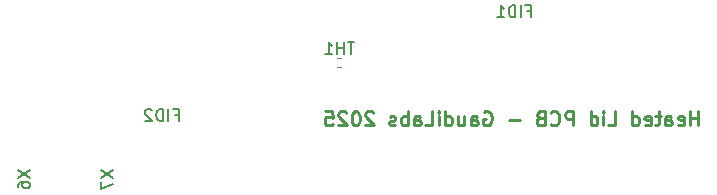
<source format=gbr>
%TF.GenerationSoftware,KiCad,Pcbnew,6.0.11-2627ca5db0~126~ubuntu22.04.1*%
%TF.CreationDate,2025-05-27T11:14:05+02:00*%
%TF.ProjectId,qPocketPCR_Lid,71506f63-6b65-4745-9043-525f4c69642e,rev?*%
%TF.SameCoordinates,Original*%
%TF.FileFunction,Legend,Bot*%
%TF.FilePolarity,Positive*%
%FSLAX46Y46*%
G04 Gerber Fmt 4.6, Leading zero omitted, Abs format (unit mm)*
G04 Created by KiCad (PCBNEW 6.0.11-2627ca5db0~126~ubuntu22.04.1) date 2025-05-27 11:14:05*
%MOMM*%
%LPD*%
G01*
G04 APERTURE LIST*
%ADD10C,0.250000*%
%ADD11C,0.150000*%
%ADD12C,0.120000*%
G04 APERTURE END LIST*
D10*
X107670000Y-105332857D02*
X107670000Y-104132857D01*
X107670000Y-104704285D02*
X106984285Y-104704285D01*
X106984285Y-105332857D02*
X106984285Y-104132857D01*
X105955714Y-105275714D02*
X106070000Y-105332857D01*
X106298571Y-105332857D01*
X106412857Y-105275714D01*
X106470000Y-105161428D01*
X106470000Y-104704285D01*
X106412857Y-104590000D01*
X106298571Y-104532857D01*
X106070000Y-104532857D01*
X105955714Y-104590000D01*
X105898571Y-104704285D01*
X105898571Y-104818571D01*
X106470000Y-104932857D01*
X104870000Y-105332857D02*
X104870000Y-104704285D01*
X104927142Y-104590000D01*
X105041428Y-104532857D01*
X105270000Y-104532857D01*
X105384285Y-104590000D01*
X104870000Y-105275714D02*
X104984285Y-105332857D01*
X105270000Y-105332857D01*
X105384285Y-105275714D01*
X105441428Y-105161428D01*
X105441428Y-105047142D01*
X105384285Y-104932857D01*
X105270000Y-104875714D01*
X104984285Y-104875714D01*
X104870000Y-104818571D01*
X104470000Y-104532857D02*
X104012857Y-104532857D01*
X104298571Y-104132857D02*
X104298571Y-105161428D01*
X104241428Y-105275714D01*
X104127142Y-105332857D01*
X104012857Y-105332857D01*
X103155714Y-105275714D02*
X103270000Y-105332857D01*
X103498571Y-105332857D01*
X103612857Y-105275714D01*
X103670000Y-105161428D01*
X103670000Y-104704285D01*
X103612857Y-104590000D01*
X103498571Y-104532857D01*
X103270000Y-104532857D01*
X103155714Y-104590000D01*
X103098571Y-104704285D01*
X103098571Y-104818571D01*
X103670000Y-104932857D01*
X102070000Y-105332857D02*
X102070000Y-104132857D01*
X102070000Y-105275714D02*
X102184285Y-105332857D01*
X102412857Y-105332857D01*
X102527142Y-105275714D01*
X102584285Y-105218571D01*
X102641428Y-105104285D01*
X102641428Y-104761428D01*
X102584285Y-104647142D01*
X102527142Y-104590000D01*
X102412857Y-104532857D01*
X102184285Y-104532857D01*
X102070000Y-104590000D01*
X100012857Y-105332857D02*
X100584285Y-105332857D01*
X100584285Y-104132857D01*
X99612857Y-105332857D02*
X99612857Y-104532857D01*
X99612857Y-104132857D02*
X99670000Y-104190000D01*
X99612857Y-104247142D01*
X99555714Y-104190000D01*
X99612857Y-104132857D01*
X99612857Y-104247142D01*
X98527142Y-105332857D02*
X98527142Y-104132857D01*
X98527142Y-105275714D02*
X98641428Y-105332857D01*
X98870000Y-105332857D01*
X98984285Y-105275714D01*
X99041428Y-105218571D01*
X99098571Y-105104285D01*
X99098571Y-104761428D01*
X99041428Y-104647142D01*
X98984285Y-104590000D01*
X98870000Y-104532857D01*
X98641428Y-104532857D01*
X98527142Y-104590000D01*
X97041428Y-105332857D02*
X97041428Y-104132857D01*
X96584285Y-104132857D01*
X96470000Y-104190000D01*
X96412857Y-104247142D01*
X96355714Y-104361428D01*
X96355714Y-104532857D01*
X96412857Y-104647142D01*
X96470000Y-104704285D01*
X96584285Y-104761428D01*
X97041428Y-104761428D01*
X95155714Y-105218571D02*
X95212857Y-105275714D01*
X95384285Y-105332857D01*
X95498571Y-105332857D01*
X95670000Y-105275714D01*
X95784285Y-105161428D01*
X95841428Y-105047142D01*
X95898571Y-104818571D01*
X95898571Y-104647142D01*
X95841428Y-104418571D01*
X95784285Y-104304285D01*
X95670000Y-104190000D01*
X95498571Y-104132857D01*
X95384285Y-104132857D01*
X95212857Y-104190000D01*
X95155714Y-104247142D01*
X94241428Y-104704285D02*
X94070000Y-104761428D01*
X94012857Y-104818571D01*
X93955714Y-104932857D01*
X93955714Y-105104285D01*
X94012857Y-105218571D01*
X94070000Y-105275714D01*
X94184285Y-105332857D01*
X94641428Y-105332857D01*
X94641428Y-104132857D01*
X94241428Y-104132857D01*
X94127142Y-104190000D01*
X94070000Y-104247142D01*
X94012857Y-104361428D01*
X94012857Y-104475714D01*
X94070000Y-104590000D01*
X94127142Y-104647142D01*
X94241428Y-104704285D01*
X94641428Y-104704285D01*
X92527142Y-104875714D02*
X91612857Y-104875714D01*
X89498571Y-104190000D02*
X89612857Y-104132857D01*
X89784285Y-104132857D01*
X89955714Y-104190000D01*
X90070000Y-104304285D01*
X90127142Y-104418571D01*
X90184285Y-104647142D01*
X90184285Y-104818571D01*
X90127142Y-105047142D01*
X90070000Y-105161428D01*
X89955714Y-105275714D01*
X89784285Y-105332857D01*
X89670000Y-105332857D01*
X89498571Y-105275714D01*
X89441428Y-105218571D01*
X89441428Y-104818571D01*
X89670000Y-104818571D01*
X88412857Y-105332857D02*
X88412857Y-104704285D01*
X88470000Y-104590000D01*
X88584285Y-104532857D01*
X88812857Y-104532857D01*
X88927142Y-104590000D01*
X88412857Y-105275714D02*
X88527142Y-105332857D01*
X88812857Y-105332857D01*
X88927142Y-105275714D01*
X88984285Y-105161428D01*
X88984285Y-105047142D01*
X88927142Y-104932857D01*
X88812857Y-104875714D01*
X88527142Y-104875714D01*
X88412857Y-104818571D01*
X87327142Y-104532857D02*
X87327142Y-105332857D01*
X87841428Y-104532857D02*
X87841428Y-105161428D01*
X87784285Y-105275714D01*
X87670000Y-105332857D01*
X87498571Y-105332857D01*
X87384285Y-105275714D01*
X87327142Y-105218571D01*
X86241428Y-105332857D02*
X86241428Y-104132857D01*
X86241428Y-105275714D02*
X86355714Y-105332857D01*
X86584285Y-105332857D01*
X86698571Y-105275714D01*
X86755714Y-105218571D01*
X86812857Y-105104285D01*
X86812857Y-104761428D01*
X86755714Y-104647142D01*
X86698571Y-104590000D01*
X86584285Y-104532857D01*
X86355714Y-104532857D01*
X86241428Y-104590000D01*
X85670000Y-105332857D02*
X85670000Y-104532857D01*
X85670000Y-104132857D02*
X85727142Y-104190000D01*
X85670000Y-104247142D01*
X85612857Y-104190000D01*
X85670000Y-104132857D01*
X85670000Y-104247142D01*
X84527142Y-105332857D02*
X85098571Y-105332857D01*
X85098571Y-104132857D01*
X83612857Y-105332857D02*
X83612857Y-104704285D01*
X83670000Y-104590000D01*
X83784285Y-104532857D01*
X84012857Y-104532857D01*
X84127142Y-104590000D01*
X83612857Y-105275714D02*
X83727142Y-105332857D01*
X84012857Y-105332857D01*
X84127142Y-105275714D01*
X84184285Y-105161428D01*
X84184285Y-105047142D01*
X84127142Y-104932857D01*
X84012857Y-104875714D01*
X83727142Y-104875714D01*
X83612857Y-104818571D01*
X83041428Y-105332857D02*
X83041428Y-104132857D01*
X83041428Y-104590000D02*
X82927142Y-104532857D01*
X82698571Y-104532857D01*
X82584285Y-104590000D01*
X82527142Y-104647142D01*
X82470000Y-104761428D01*
X82470000Y-105104285D01*
X82527142Y-105218571D01*
X82584285Y-105275714D01*
X82698571Y-105332857D01*
X82927142Y-105332857D01*
X83041428Y-105275714D01*
X82012857Y-105275714D02*
X81898571Y-105332857D01*
X81670000Y-105332857D01*
X81555714Y-105275714D01*
X81498571Y-105161428D01*
X81498571Y-105104285D01*
X81555714Y-104990000D01*
X81670000Y-104932857D01*
X81841428Y-104932857D01*
X81955714Y-104875714D01*
X82012857Y-104761428D01*
X82012857Y-104704285D01*
X81955714Y-104590000D01*
X81841428Y-104532857D01*
X81670000Y-104532857D01*
X81555714Y-104590000D01*
X80127142Y-104247142D02*
X80070000Y-104190000D01*
X79955714Y-104132857D01*
X79670000Y-104132857D01*
X79555714Y-104190000D01*
X79498571Y-104247142D01*
X79441428Y-104361428D01*
X79441428Y-104475714D01*
X79498571Y-104647142D01*
X80184285Y-105332857D01*
X79441428Y-105332857D01*
X78698571Y-104132857D02*
X78584285Y-104132857D01*
X78470000Y-104190000D01*
X78412857Y-104247142D01*
X78355714Y-104361428D01*
X78298571Y-104590000D01*
X78298571Y-104875714D01*
X78355714Y-105104285D01*
X78412857Y-105218571D01*
X78470000Y-105275714D01*
X78584285Y-105332857D01*
X78698571Y-105332857D01*
X78812857Y-105275714D01*
X78870000Y-105218571D01*
X78927142Y-105104285D01*
X78984285Y-104875714D01*
X78984285Y-104590000D01*
X78927142Y-104361428D01*
X78870000Y-104247142D01*
X78812857Y-104190000D01*
X78698571Y-104132857D01*
X77841428Y-104247142D02*
X77784285Y-104190000D01*
X77670000Y-104132857D01*
X77384285Y-104132857D01*
X77270000Y-104190000D01*
X77212857Y-104247142D01*
X77155714Y-104361428D01*
X77155714Y-104475714D01*
X77212857Y-104647142D01*
X77898571Y-105332857D01*
X77155714Y-105332857D01*
X76070000Y-104132857D02*
X76641428Y-104132857D01*
X76698571Y-104704285D01*
X76641428Y-104647142D01*
X76527142Y-104590000D01*
X76241428Y-104590000D01*
X76127142Y-104647142D01*
X76070000Y-104704285D01*
X76012857Y-104818571D01*
X76012857Y-105104285D01*
X76070000Y-105218571D01*
X76127142Y-105275714D01*
X76241428Y-105332857D01*
X76527142Y-105332857D01*
X76641428Y-105275714D01*
X76698571Y-105218571D01*
D11*
%TO.C,X7*%
X57093380Y-109133476D02*
X58093380Y-109800142D01*
X57093380Y-109800142D02*
X58093380Y-109133476D01*
X57093380Y-110085857D02*
X57093380Y-110752523D01*
X58093380Y-110323952D01*
%TO.C,FID2*%
X63321428Y-104428571D02*
X63654761Y-104428571D01*
X63654761Y-104952380D02*
X63654761Y-103952380D01*
X63178571Y-103952380D01*
X62797619Y-104952380D02*
X62797619Y-103952380D01*
X62321428Y-104952380D02*
X62321428Y-103952380D01*
X62083333Y-103952380D01*
X61940476Y-104000000D01*
X61845238Y-104095238D01*
X61797619Y-104190476D01*
X61750000Y-104380952D01*
X61750000Y-104523809D01*
X61797619Y-104714285D01*
X61845238Y-104809523D01*
X61940476Y-104904761D01*
X62083333Y-104952380D01*
X62321428Y-104952380D01*
X61369047Y-104047619D02*
X61321428Y-104000000D01*
X61226190Y-103952380D01*
X60988095Y-103952380D01*
X60892857Y-104000000D01*
X60845238Y-104047619D01*
X60797619Y-104142857D01*
X60797619Y-104238095D01*
X60845238Y-104380952D01*
X61416666Y-104952380D01*
X60797619Y-104952380D01*
%TO.C,FID1*%
X93161428Y-95648571D02*
X93494761Y-95648571D01*
X93494761Y-96172380D02*
X93494761Y-95172380D01*
X93018571Y-95172380D01*
X92637619Y-96172380D02*
X92637619Y-95172380D01*
X92161428Y-96172380D02*
X92161428Y-95172380D01*
X91923333Y-95172380D01*
X91780476Y-95220000D01*
X91685238Y-95315238D01*
X91637619Y-95410476D01*
X91590000Y-95600952D01*
X91590000Y-95743809D01*
X91637619Y-95934285D01*
X91685238Y-96029523D01*
X91780476Y-96124761D01*
X91923333Y-96172380D01*
X92161428Y-96172380D01*
X90637619Y-96172380D02*
X91209047Y-96172380D01*
X90923333Y-96172380D02*
X90923333Y-95172380D01*
X91018571Y-95315238D01*
X91113809Y-95410476D01*
X91209047Y-95458095D01*
%TO.C,TH1*%
X78535714Y-98282380D02*
X77964285Y-98282380D01*
X78250000Y-99282380D02*
X78250000Y-98282380D01*
X77630952Y-99282380D02*
X77630952Y-98282380D01*
X77630952Y-98758571D02*
X77059523Y-98758571D01*
X77059523Y-99282380D02*
X77059523Y-98282380D01*
X76059523Y-99282380D02*
X76630952Y-99282380D01*
X76345238Y-99282380D02*
X76345238Y-98282380D01*
X76440476Y-98425238D01*
X76535714Y-98520476D01*
X76630952Y-98568095D01*
%TO.C,X6*%
X50052380Y-109090476D02*
X51052380Y-109757142D01*
X50052380Y-109757142D02*
X51052380Y-109090476D01*
X50052380Y-110566666D02*
X50052380Y-110376190D01*
X50100000Y-110280952D01*
X50147619Y-110233333D01*
X50290476Y-110138095D01*
X50480952Y-110090476D01*
X50861904Y-110090476D01*
X50957142Y-110138095D01*
X51004761Y-110185714D01*
X51052380Y-110280952D01*
X51052380Y-110471428D01*
X51004761Y-110566666D01*
X50957142Y-110614285D01*
X50861904Y-110661904D01*
X50623809Y-110661904D01*
X50528571Y-110614285D01*
X50480952Y-110566666D01*
X50433333Y-110471428D01*
X50433333Y-110280952D01*
X50480952Y-110185714D01*
X50528571Y-110138095D01*
X50623809Y-110090476D01*
D12*
%TO.C,TH1*%
X77403641Y-99620000D02*
X77096359Y-99620000D01*
X77403641Y-100380000D02*
X77096359Y-100380000D01*
%TD*%
M02*

</source>
